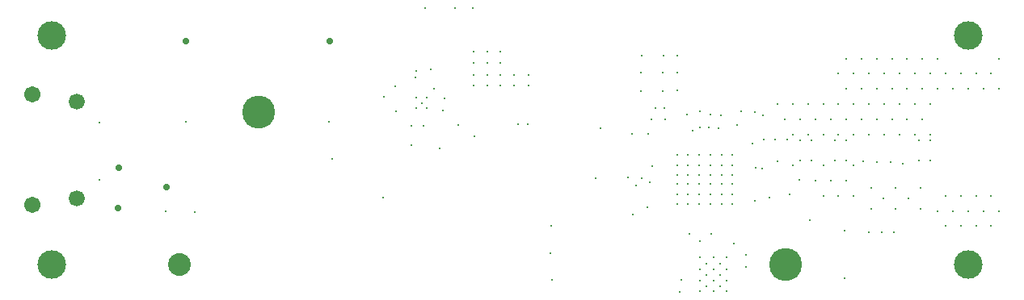
<source format=gbr>
%TF.GenerationSoftware,Altium Limited,Altium Designer,20.0.13 (296)*%
G04 Layer_Color=0*
%FSLAX45Y45*%
%MOMM*%
%TF.FileFunction,Plated,1,4,PTH,Drill*%
%TF.Part,Single*%
G01*
G75*
%TA.AperFunction,ComponentDrill*%
%ADD196C,2.39000*%
%ADD197C,3.45000*%
%ADD198C,1.71000*%
%ADD199C,1.68000*%
%TA.AperFunction,ViaDrill,NotFilled*%
%ADD200C,0.20000*%
%ADD201C,0.30000*%
%ADD202C,0.71120*%
%ADD203C,3.00000*%
D196*
X3337000Y4400000D02*
D03*
D197*
X4170000Y6000000D02*
D03*
X9690000Y4400000D02*
D03*
D198*
X1797500Y5020000D02*
D03*
Y6180000D02*
D03*
D199*
X2264500Y5090000D02*
D03*
Y6110000D02*
D03*
D200*
X11919995Y6559997D02*
D03*
X11839995Y6399997D02*
D03*
X11919995Y6239997D02*
D03*
X11839995Y5119998D02*
D03*
X11919995Y4959998D02*
D03*
X11839995Y4799998D02*
D03*
X11679995Y6399997D02*
D03*
X11759995Y6239997D02*
D03*
X11679995Y5119998D02*
D03*
X11759995Y4959998D02*
D03*
X11679995Y4799998D02*
D03*
X11519995Y6399997D02*
D03*
X11599995Y6239997D02*
D03*
X11519995Y5119998D02*
D03*
X11599995Y4959998D02*
D03*
X11519995Y4799998D02*
D03*
X11359995Y6399997D02*
D03*
X11439995Y6239997D02*
D03*
X11359995Y5119998D02*
D03*
X11439995Y4959998D02*
D03*
X11359995Y4799998D02*
D03*
X11279995Y6559997D02*
D03*
X11199995Y6399997D02*
D03*
X11279995Y6239997D02*
D03*
X11199995Y6079997D02*
D03*
Y5759998D02*
D03*
X11279995Y4959998D02*
D03*
X11119995Y6559997D02*
D03*
X11039995Y6399997D02*
D03*
X11119995Y6239997D02*
D03*
X11039995Y6079997D02*
D03*
X11119995Y5919998D02*
D03*
X11039995Y5759998D02*
D03*
X10959995Y6559997D02*
D03*
X10879996Y6399997D02*
D03*
X10959995Y6239997D02*
D03*
X10879996Y6079997D02*
D03*
X10959995Y5919998D02*
D03*
X10879996Y5759998D02*
D03*
X10799995Y6559997D02*
D03*
X10719996Y6399997D02*
D03*
X10799995Y6239997D02*
D03*
X10719996Y6079997D02*
D03*
X10799995Y5919998D02*
D03*
X10719996Y5759998D02*
D03*
X10639995Y6559997D02*
D03*
X10559996Y6399997D02*
D03*
X10639995Y6239997D02*
D03*
X10559996Y6079997D02*
D03*
X10639995Y5919998D02*
D03*
X10559996Y5759998D02*
D03*
X10479996Y6559997D02*
D03*
X10399996Y6399997D02*
D03*
X10479996Y6239997D02*
D03*
X10399996Y6079997D02*
D03*
X10479996Y5919998D02*
D03*
X10399996Y5759998D02*
D03*
Y5439998D02*
D03*
Y5119998D02*
D03*
X10319996Y6559997D02*
D03*
X10239996Y6399997D02*
D03*
X10319996Y6239997D02*
D03*
X10239996Y6079997D02*
D03*
X10319996Y5919998D02*
D03*
X10239996Y5759998D02*
D03*
X10319996Y5279998D02*
D03*
X10239996Y5119998D02*
D03*
X10079996Y6079997D02*
D03*
X10159996Y5919998D02*
D03*
X10079996Y5759998D02*
D03*
Y5439998D02*
D03*
X10159996Y5279998D02*
D03*
X10079996Y5119998D02*
D03*
X9919996Y6079997D02*
D03*
X9999996Y5919998D02*
D03*
X9919996Y5759998D02*
D03*
X9999996Y5279998D02*
D03*
X9759996Y6079997D02*
D03*
X9839996Y5919998D02*
D03*
X9759996Y5759998D02*
D03*
Y5439998D02*
D03*
X9599996Y6079997D02*
D03*
X9679996Y5919998D02*
D03*
X6410000Y7090000D02*
D03*
X5910000D02*
D03*
X6220000D02*
D03*
X3500000Y4950000D02*
D03*
X3190000Y4960000D02*
D03*
X10640000Y5470000D02*
D03*
X9700000Y5710000D02*
D03*
X9600000Y5480000D02*
D03*
X9580000Y5710000D02*
D03*
X9460000D02*
D03*
X10910000Y5460000D02*
D03*
X10790000Y5470000D02*
D03*
X10500000Y5480000D02*
D03*
X11080000Y5490000D02*
D03*
X11200000D02*
D03*
Y5700000D02*
D03*
X11080000D02*
D03*
X10200000Y5490000D02*
D03*
X10320000D02*
D03*
Y5700000D02*
D03*
X10200000D02*
D03*
X9840000D02*
D03*
X9960000D02*
D03*
Y5490000D02*
D03*
X9840000D02*
D03*
X9340000Y5670000D02*
D03*
X9517235Y5103122D02*
D03*
X8680000Y4720000D02*
D03*
X8580000Y4110000D02*
D03*
X8590000Y4240000D02*
D03*
X6260000Y5860000D02*
D03*
X5970000Y6450000D02*
D03*
X6000000Y6240000D02*
D03*
X5600000Y6270000D02*
D03*
X5819988Y6429987D02*
D03*
X5809988Y6359987D02*
D03*
X8910000Y4720000D02*
D03*
X8790000Y4640000D02*
D03*
X9450000Y5960000D02*
D03*
X9370000Y5410000D02*
D03*
X9439999Y5402700D02*
D03*
X9366326Y5066326D02*
D03*
X8180000Y6590000D02*
D03*
X8170000Y6220000D02*
D03*
X8550000Y6230000D02*
D03*
Y6410000D02*
D03*
Y6590000D02*
D03*
X8410000D02*
D03*
X8400000Y6220000D02*
D03*
Y6410000D02*
D03*
X9180000Y5860000D02*
D03*
X10300000Y4250000D02*
D03*
Y4750000D02*
D03*
X8980000Y5830000D02*
D03*
X8880000Y5840000D02*
D03*
X8790000D02*
D03*
X8423000Y5924000D02*
D03*
X8280000Y5920000D02*
D03*
X5770000Y5850000D02*
D03*
Y5650000D02*
D03*
X5470000Y5100000D02*
D03*
X8290000Y5430000D02*
D03*
X8260000Y5260000D02*
D03*
X8034000Y5314000D02*
D03*
X8177000Y5304000D02*
D03*
X7700000Y5300000D02*
D03*
X7750000Y5830000D02*
D03*
X8710000Y5800000D02*
D03*
X8076000Y5769600D02*
D03*
X8246000D02*
D03*
X6110000Y6140000D02*
D03*
X6098000Y6016000D02*
D03*
X5890100Y5850000D02*
D03*
X4940000Y5510000D02*
D03*
X9939600Y4860000D02*
D03*
X10820000Y4740000D02*
D03*
X9140000Y4620000D02*
D03*
X8655000Y5969000D02*
D03*
X8786000Y6004600D02*
D03*
X8320000Y6040000D02*
D03*
X8170000Y6410000D02*
D03*
X9270000Y4370000D02*
D03*
Y4500000D02*
D03*
X8240000Y5000000D02*
D03*
X10560000Y4740000D02*
D03*
X10690000D02*
D03*
X9830000Y5290000D02*
D03*
X9729367Y5131407D02*
D03*
X9361000Y6001000D02*
D03*
X9222000Y6004000D02*
D03*
X9007000Y5966000D02*
D03*
X8902000Y5971000D02*
D03*
X8420000Y6040000D02*
D03*
X8123000Y5229000D02*
D03*
X8090000Y4920000D02*
D03*
X7238000Y4239000D02*
D03*
X7228000Y4804000D02*
D03*
X7225000Y4516000D02*
D03*
D201*
X10970000Y5090000D02*
D03*
X10710000D02*
D03*
X11100000Y5200000D02*
D03*
X10580000D02*
D03*
X10836000D02*
D03*
X10840000Y4980000D02*
D03*
X11100000D02*
D03*
X10580000D02*
D03*
X8550000Y5550000D02*
D03*
Y5440000D02*
D03*
Y5340000D02*
D03*
Y5240000D02*
D03*
Y5130000D02*
D03*
X8660000Y5030000D02*
D03*
X8780000D02*
D03*
X8900000D02*
D03*
X9020000D02*
D03*
X6420000Y6280000D02*
D03*
X6560000D02*
D03*
X6700000D02*
D03*
X6840000D02*
D03*
X6990000D02*
D03*
X6420000Y6390000D02*
D03*
X6560000D02*
D03*
X6700000D02*
D03*
X6840000D02*
D03*
X6990000D02*
D03*
X6420000Y6510000D02*
D03*
X6560000D02*
D03*
X6700000D02*
D03*
Y6630000D02*
D03*
X6560000D02*
D03*
X6420000D02*
D03*
X2500000Y5890000D02*
D03*
Y5290000D02*
D03*
X8660000Y5240000D02*
D03*
X8780000D02*
D03*
X8900000D02*
D03*
X9020000D02*
D03*
X9130000D02*
D03*
Y5130000D02*
D03*
X9020000D02*
D03*
X8900000D02*
D03*
X8780000D02*
D03*
X8660000D02*
D03*
X9130000Y5030000D02*
D03*
X8550000D02*
D03*
X8660000Y5340000D02*
D03*
X8780000D02*
D03*
X8900000D02*
D03*
X9020000D02*
D03*
X9130000D02*
D03*
X8660000Y5440000D02*
D03*
X8780000D02*
D03*
X8900000D02*
D03*
X9020000D02*
D03*
X9130000D02*
D03*
Y5550000D02*
D03*
X9020000D02*
D03*
X8900000D02*
D03*
X8780000D02*
D03*
X8660000D02*
D03*
X9000000Y4170000D02*
D03*
X8860000D02*
D03*
Y4290000D02*
D03*
X9000000D02*
D03*
Y4410000D02*
D03*
X8860000D02*
D03*
X8790000Y4120000D02*
D03*
X9070000D02*
D03*
X8930000D02*
D03*
X8790000Y4230000D02*
D03*
X9070000D02*
D03*
X8930000D02*
D03*
X8790000Y4350000D02*
D03*
X9070000D02*
D03*
X8930000D02*
D03*
X9070000Y4470000D02*
D03*
X8930000D02*
D03*
X8790000D02*
D03*
X5608000Y6003000D02*
D03*
X5481000Y6155000D02*
D03*
X6060000Y5613000D02*
D03*
X6425000Y5743000D02*
D03*
X6881000Y5869000D02*
D03*
X6986000Y5871000D02*
D03*
X5872000Y6095000D02*
D03*
X5813000Y6038000D02*
D03*
X5929000Y6037000D02*
D03*
Y6152000D02*
D03*
X5816000Y6151000D02*
D03*
X4900000Y5900000D02*
D03*
X3400000D02*
D03*
D202*
Y6740000D02*
D03*
X4910000D02*
D03*
X3200000Y5210000D02*
D03*
X2690000Y4990000D02*
D03*
X2700000Y5410000D02*
D03*
D203*
X2000000Y4400000D02*
D03*
X11600000D02*
D03*
Y6800000D02*
D03*
X2000000D02*
D03*
%TF.MD5,326712acd1230b33316681576260be21*%
M02*

</source>
